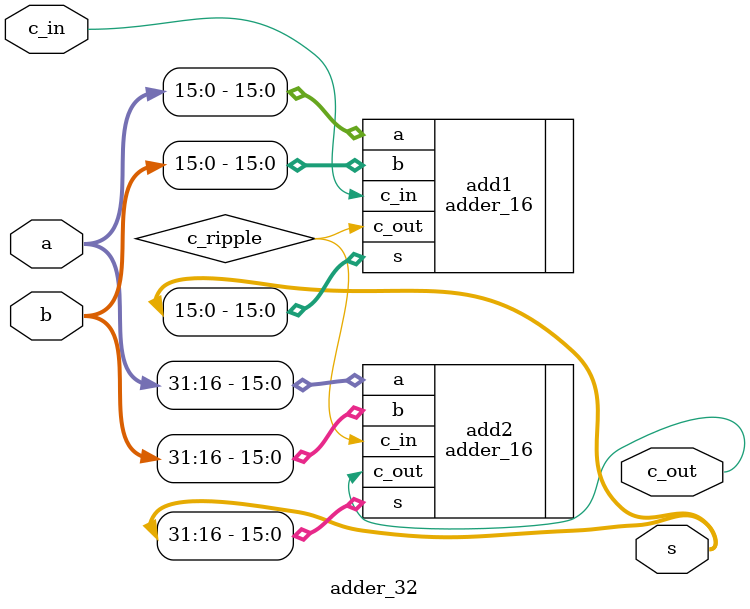
<source format=v>
`timescale 1ns / 1ps
module adder_32(
    input [31:0] a,
    input [31:0] b,
    input c_in,
    output [31:0] s,
    output c_out
    );

	 wire c_ripple;
	 
	 adder_16 add1(.a(a[15:0]),
					   .b(b[15:0]),
					   .c_in(c_in),
					   .s(s[15:0]),
					   .c_out(c_ripple));
						  
	 adder_16 add2(.a(a[31:16]),
					   .b(b[31:16]),
					   .c_in(c_ripple),
					   .s(s[31:16]),
					   .c_out(c_out));

endmodule

</source>
